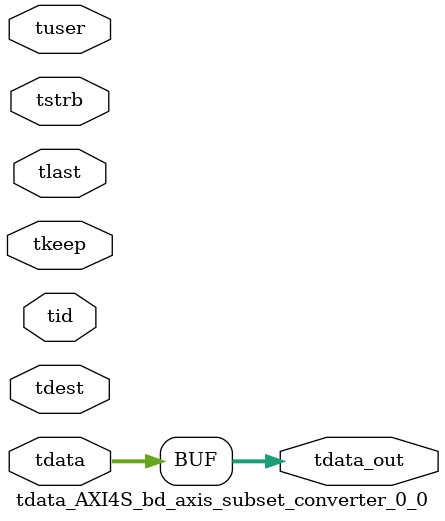
<source format=v>


`timescale 1ps/1ps

module tdata_AXI4S_bd_axis_subset_converter_0_0 #
(
parameter C_S_AXIS_TDATA_WIDTH = 32,
parameter C_S_AXIS_TUSER_WIDTH = 0,
parameter C_S_AXIS_TID_WIDTH   = 0,
parameter C_S_AXIS_TDEST_WIDTH = 0,
parameter C_M_AXIS_TDATA_WIDTH = 32
)
(
input  [(C_S_AXIS_TDATA_WIDTH == 0 ? 1 : C_S_AXIS_TDATA_WIDTH)-1:0     ] tdata,
input  [(C_S_AXIS_TUSER_WIDTH == 0 ? 1 : C_S_AXIS_TUSER_WIDTH)-1:0     ] tuser,
input  [(C_S_AXIS_TID_WIDTH   == 0 ? 1 : C_S_AXIS_TID_WIDTH)-1:0       ] tid,
input  [(C_S_AXIS_TDEST_WIDTH == 0 ? 1 : C_S_AXIS_TDEST_WIDTH)-1:0     ] tdest,
input  [(C_S_AXIS_TDATA_WIDTH/8)-1:0 ] tkeep,
input  [(C_S_AXIS_TDATA_WIDTH/8)-1:0 ] tstrb,
input                                                                    tlast,
output [C_M_AXIS_TDATA_WIDTH-1:0] tdata_out
);

assign tdata_out = {tdata[31:0]};

endmodule


</source>
